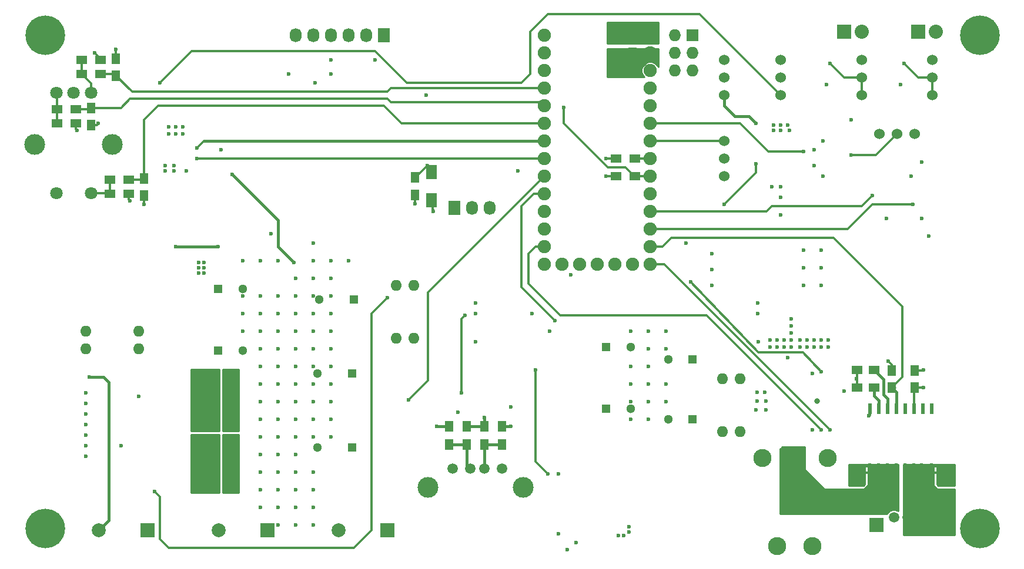
<source format=gbl>
G04 #@! TF.FileFunction,Copper,L4,Bot,Signal*
%FSLAX46Y46*%
G04 Gerber Fmt 4.6, Leading zero omitted, Abs format (unit mm)*
G04 Created by KiCad (PCBNEW (2015-06-14 BZR 5748)-product) date Monday, August 03, 2015 'AMt' 10:40:36 AM*
%MOMM*%
G01*
G04 APERTURE LIST*
%ADD10C,0.100000*%
%ADD11R,2.032000X2.032000*%
%ADD12O,2.032000X2.032000*%
%ADD13R,2.000000X2.000000*%
%ADD14C,2.000000*%
%ADD15R,1.300000X1.300000*%
%ADD16C,1.300000*%
%ADD17R,1.250000X1.500000*%
%ADD18R,1.600000X2.000000*%
%ADD19C,1.501140*%
%ADD20C,2.999740*%
%ADD21R,1.727200X1.727200*%
%ADD22O,1.727200X1.727200*%
%ADD23R,1.727200X2.032000*%
%ADD24O,1.727200X2.032000*%
%ADD25R,1.300000X1.500000*%
%ADD26R,1.500000X1.300000*%
%ADD27C,1.800000*%
%ADD28C,3.000000*%
%ADD29C,1.524000*%
%ADD30C,2.612000*%
%ADD31O,1.600000X1.600000*%
%ADD32C,1.900000*%
%ADD33R,1.500000X1.250000*%
%ADD34R,0.600000X1.500000*%
%ADD35C,5.700000*%
%ADD36C,1.500000*%
%ADD37C,0.838200*%
%ADD38C,0.600000*%
%ADD39C,0.304800*%
%ADD40C,0.406400*%
%ADD41C,0.203200*%
%ADD42C,0.254000*%
G04 APERTURE END LIST*
D10*
D11*
X238506000Y-23368000D03*
D12*
X241046000Y-23368000D03*
D13*
X138120000Y-95250000D03*
D14*
X131120000Y-95250000D03*
D15*
X167640000Y-83312000D03*
D16*
X162640000Y-83312000D03*
D15*
X167894000Y-61976000D03*
D16*
X162894000Y-61976000D03*
D15*
X167640000Y-72644000D03*
D16*
X162640000Y-72644000D03*
X151836000Y-69342000D03*
D15*
X148336000Y-69342000D03*
D16*
X151836000Y-60452000D03*
D15*
X148336000Y-60452000D03*
D17*
X248666000Y-74656000D03*
X248666000Y-72156000D03*
X245364000Y-74656000D03*
X245364000Y-72156000D03*
D16*
X213162000Y-79248000D03*
D15*
X216662000Y-79248000D03*
D16*
X213162000Y-70612000D03*
D15*
X216662000Y-70612000D03*
D17*
X176657000Y-44343000D03*
X176657000Y-46843000D03*
D16*
X207716000Y-68834000D03*
D15*
X204216000Y-68834000D03*
D16*
X207716000Y-77724000D03*
D15*
X204216000Y-77724000D03*
D18*
X205740000Y-24162000D03*
X205740000Y-28162000D03*
D17*
X208026000Y-23896000D03*
X208026000Y-26396000D03*
X130048000Y-34310000D03*
X130048000Y-36810000D03*
X133604000Y-29698000D03*
X133604000Y-27198000D03*
X137668000Y-44470000D03*
X137668000Y-46970000D03*
D19*
X189230860Y-86357880D03*
X186690860Y-86357880D03*
X184658860Y-86357880D03*
X182118860Y-86357880D03*
D20*
X192278860Y-89024880D03*
X178562860Y-89024880D03*
D11*
X249174000Y-23368000D03*
D12*
X251714000Y-23368000D03*
D21*
X216662000Y-23876000D03*
D22*
X214122000Y-23876000D03*
X216662000Y-26416000D03*
X214122000Y-26416000D03*
X216662000Y-28956000D03*
X214122000Y-28956000D03*
D23*
X172212000Y-23876000D03*
D24*
X169672000Y-23876000D03*
X167132000Y-23876000D03*
X164592000Y-23876000D03*
X162052000Y-23876000D03*
X159512000Y-23876000D03*
D25*
X184150000Y-80184000D03*
X184150000Y-82884000D03*
X186690000Y-80184000D03*
X186690000Y-82884000D03*
X181610000Y-82884000D03*
X181610000Y-80184000D03*
X189230000Y-82884000D03*
X189230000Y-80184000D03*
D26*
X135462000Y-46736000D03*
X132762000Y-46736000D03*
X131398000Y-27432000D03*
X128698000Y-27432000D03*
X127842000Y-36576000D03*
X125142000Y-36576000D03*
X135462000Y-44704000D03*
X132762000Y-44704000D03*
X131398000Y-29464000D03*
X128698000Y-29464000D03*
X127842000Y-34544000D03*
X125142000Y-34544000D03*
X205660000Y-41656000D03*
X208360000Y-41656000D03*
X205660000Y-44196000D03*
X208360000Y-44196000D03*
D27*
X130008000Y-46624000D03*
X130008000Y-32124000D03*
X127508000Y-32124000D03*
X125008000Y-32124000D03*
X125008000Y-46624000D03*
D28*
X121908000Y-39624000D03*
X133108000Y-39624000D03*
D29*
X229362000Y-29972000D03*
X229362000Y-27432000D03*
X229362000Y-32512000D03*
X251206000Y-29972000D03*
X251206000Y-27432000D03*
X251206000Y-32512000D03*
X241046000Y-29972000D03*
X241046000Y-27432000D03*
X241046000Y-32512000D03*
X221234000Y-29972000D03*
X221234000Y-27432000D03*
X221234000Y-32512000D03*
X246126000Y-38100000D03*
X243586000Y-38100000D03*
X248666000Y-38100000D03*
X221234000Y-41656000D03*
X221234000Y-39116000D03*
X221234000Y-44196000D03*
D30*
X226694000Y-84836000D03*
X231394000Y-84836000D03*
X236094000Y-84836000D03*
X228854000Y-97536000D03*
X233934000Y-97536000D03*
D31*
X129286000Y-66548000D03*
X129286000Y-69088000D03*
X136906000Y-69088000D03*
X136906000Y-66548000D03*
X223520000Y-81026000D03*
X220980000Y-81026000D03*
X220980000Y-73406000D03*
X223520000Y-73406000D03*
D32*
X195326000Y-26416000D03*
X195326000Y-28956000D03*
X195326000Y-31496000D03*
X195326000Y-34036000D03*
X195326000Y-36576000D03*
X195326000Y-39116000D03*
X195326000Y-41656000D03*
X195326000Y-44196000D03*
X195326000Y-46736000D03*
X195326000Y-49276000D03*
X195326000Y-51816000D03*
X195326000Y-54356000D03*
X195326000Y-56896000D03*
X210566000Y-56896000D03*
X210566000Y-54356000D03*
X210566000Y-51816000D03*
X210566000Y-49276000D03*
X210566000Y-46736000D03*
X210566000Y-44196000D03*
X210566000Y-41656000D03*
X210566000Y-39116000D03*
X210566000Y-36576000D03*
X210566000Y-34036000D03*
X210566000Y-31496000D03*
X210566000Y-28956000D03*
X210566000Y-26416000D03*
X210566000Y-23876000D03*
X195326000Y-23876000D03*
X197866000Y-56896000D03*
X200406000Y-56896000D03*
X202946000Y-56896000D03*
X205486000Y-56896000D03*
X208026000Y-56896000D03*
D31*
X173990000Y-67564000D03*
X176530000Y-67564000D03*
X176530000Y-59944000D03*
X173990000Y-59944000D03*
D23*
X182372000Y-48768000D03*
D24*
X184912000Y-48768000D03*
X187452000Y-48768000D03*
D33*
X242804000Y-74676000D03*
X240304000Y-74676000D03*
X242804000Y-72136000D03*
X240304000Y-72136000D03*
D34*
X251079000Y-86946000D03*
X249809000Y-86946000D03*
X248539000Y-86946000D03*
X247269000Y-86946000D03*
X245999000Y-86946000D03*
X244729000Y-86946000D03*
X243459000Y-86946000D03*
X242189000Y-86946000D03*
X242189000Y-77646000D03*
X243459000Y-77646000D03*
X244729000Y-77646000D03*
X245999000Y-77646000D03*
X247269000Y-77646000D03*
X248539000Y-77646000D03*
X249809000Y-77646000D03*
X251079000Y-77646000D03*
D13*
X155392000Y-95250000D03*
D14*
X148392000Y-95250000D03*
D13*
X243134000Y-94488000D03*
D14*
X250134000Y-94488000D03*
D13*
X172664000Y-95250000D03*
D14*
X165664000Y-95250000D03*
D18*
X179070000Y-43593000D03*
X179070000Y-47593000D03*
D35*
X123396240Y-23876000D03*
X123444000Y-94996000D03*
X258064000Y-94996000D03*
X258064000Y-23876000D03*
D36*
X247634000Y-93304000D03*
X245634000Y-93304000D03*
D37*
X234569000Y-76581000D03*
D38*
X128016000Y-37592000D03*
X135636000Y-47752000D03*
X130556000Y-26416000D03*
X234188000Y-42672000D03*
X208788000Y-22606000D03*
X207264000Y-22606000D03*
X205994000Y-22606000D03*
X204724000Y-22606000D03*
X178308000Y-32512000D03*
X178435000Y-42672000D03*
X236220000Y-68834000D03*
X236220000Y-67818000D03*
X235204000Y-67818000D03*
X235204000Y-68834000D03*
X234188000Y-68834000D03*
X234188000Y-67818000D03*
X233172000Y-67818000D03*
X233172000Y-68834000D03*
X232156000Y-68834000D03*
X232156000Y-67818000D03*
X230886000Y-64770000D03*
X230886000Y-65786000D03*
X230886000Y-66802000D03*
X230886000Y-67818000D03*
X230886000Y-68834000D03*
X229870000Y-68834000D03*
X228854000Y-68834000D03*
X227838000Y-68834000D03*
X227838000Y-67818000D03*
X228854000Y-67818000D03*
X229870000Y-67818000D03*
X204216000Y-44196000D03*
X204216000Y-41656000D03*
X162306000Y-30734000D03*
X158496000Y-29464000D03*
X229362000Y-49784000D03*
X229362000Y-45720000D03*
X235458000Y-44196000D03*
X235966000Y-30988000D03*
X246634000Y-30988000D03*
X244602000Y-50292000D03*
X249682000Y-42164000D03*
X134366000Y-83058000D03*
X249936000Y-74676000D03*
X131064000Y-36576000D03*
X137668000Y-48260000D03*
X133604000Y-25908000D03*
X234188000Y-40386000D03*
X208381600Y-28956000D03*
X205740000Y-26568400D03*
X191516000Y-43434000D03*
X179324000Y-49276000D03*
X219456000Y-55372000D03*
X219456000Y-57658000D03*
X219456000Y-59944000D03*
X170942000Y-27432000D03*
X164592000Y-29464000D03*
X164592000Y-27432000D03*
X208026000Y-27686000D03*
X228092000Y-45720000D03*
X176657000Y-48133000D03*
X179832000Y-80264000D03*
X190500000Y-80264000D03*
X229362000Y-47244000D03*
X235458000Y-39116000D03*
X239522000Y-36068000D03*
X248158000Y-44196000D03*
X250698000Y-52832000D03*
X199898000Y-97028000D03*
X242062000Y-78740000D03*
X240284000Y-73406000D03*
X244856000Y-70866000D03*
X249936000Y-72136000D03*
X136906000Y-75946000D03*
X129286000Y-76962000D03*
X129286000Y-75438000D03*
X129286000Y-80010000D03*
X129286000Y-78486000D03*
X129286000Y-84582000D03*
X129286000Y-83058000D03*
X129286000Y-81534000D03*
X193548000Y-64008000D03*
X233934000Y-72644000D03*
X233934000Y-80772000D03*
X228346000Y-37592000D03*
X228346000Y-36830000D03*
X229362000Y-36830000D03*
X229362000Y-37592000D03*
X230632000Y-37592000D03*
X230378000Y-36830000D03*
X235204000Y-54864000D03*
X232664000Y-54864000D03*
X232664000Y-57404000D03*
X235204000Y-57404000D03*
X235204000Y-59944000D03*
X232664000Y-59944000D03*
X226060000Y-64008000D03*
X226060000Y-62484000D03*
X226123500Y-68008500D03*
X249682000Y-50292000D03*
X185420000Y-68072000D03*
X185420000Y-62484000D03*
X185420000Y-64008000D03*
X140716000Y-42672000D03*
X141986000Y-42672000D03*
X143764000Y-43434000D03*
X141986000Y-43434000D03*
X140716000Y-43434000D03*
X182880000Y-78232000D03*
X196088000Y-66548000D03*
X227076000Y-75311000D03*
X225933000Y-75311000D03*
X225806000Y-77851000D03*
X227203000Y-77851000D03*
X225933000Y-76581000D03*
X227203000Y-76581000D03*
X159512000Y-58928000D03*
X162052000Y-58928000D03*
X164592000Y-58928000D03*
X164592000Y-61468000D03*
X162052000Y-61468000D03*
X159512000Y-61468000D03*
X156972000Y-61468000D03*
X154432000Y-61468000D03*
X151892000Y-61468000D03*
X151892000Y-64008000D03*
X154432000Y-64008000D03*
X156972000Y-64008000D03*
X159512000Y-64008000D03*
X162052000Y-64008000D03*
X162052000Y-66548000D03*
X159512000Y-66548000D03*
X156972000Y-66548000D03*
X154432000Y-66548000D03*
X151892000Y-66548000D03*
X162052000Y-56388000D03*
X162052000Y-53848000D03*
X164592000Y-56388000D03*
X167132000Y-56388000D03*
X156972000Y-56388000D03*
X154432000Y-56388000D03*
X151892000Y-56388000D03*
X154432000Y-69088000D03*
X156972000Y-69088000D03*
X159512000Y-69088000D03*
X162052000Y-69088000D03*
X162052000Y-71628000D03*
X159512000Y-71628000D03*
X156972000Y-71628000D03*
X154432000Y-71628000D03*
X164592000Y-71628000D03*
X164592000Y-69088000D03*
X164592000Y-66548000D03*
X164592000Y-64008000D03*
X164592000Y-74168000D03*
X162052000Y-74168000D03*
X159512000Y-74168000D03*
X156972000Y-74168000D03*
X154432000Y-74168000D03*
X154432000Y-76708000D03*
X156972000Y-76708000D03*
X159512000Y-76708000D03*
X162052000Y-76708000D03*
X162052000Y-79248000D03*
X164592000Y-79248000D03*
X164592000Y-76708000D03*
X198628000Y-98044000D03*
X205994000Y-96012000D03*
X206756000Y-96012000D03*
X207518000Y-94742000D03*
X207518000Y-95504000D03*
X197358000Y-87122000D03*
X197358000Y-95758000D03*
X159512000Y-79248000D03*
X156972000Y-79248000D03*
X154432000Y-79248000D03*
X154432000Y-81788000D03*
X156972000Y-81788000D03*
X159512000Y-81788000D03*
X162052000Y-81788000D03*
X164592000Y-81788000D03*
X159512000Y-84328000D03*
X156972000Y-84328000D03*
X154432000Y-84328000D03*
X154432000Y-86868000D03*
X156972000Y-86868000D03*
X159512000Y-86868000D03*
X162052000Y-86868000D03*
X162052000Y-89408000D03*
X159512000Y-89408000D03*
X156972000Y-89408000D03*
X154432000Y-89408000D03*
X159512000Y-94488000D03*
X162052000Y-94488000D03*
X162052000Y-91948000D03*
X159512000Y-91948000D03*
X156972000Y-91948000D03*
X154432000Y-91948000D03*
X156972000Y-94488000D03*
X212852000Y-76708000D03*
X212852000Y-74168000D03*
X210312000Y-74168000D03*
X207772000Y-74168000D03*
X207772000Y-76708000D03*
X210312000Y-76708000D03*
X207772000Y-79248000D03*
X210312000Y-79248000D03*
X210312000Y-71628000D03*
X207772000Y-71628000D03*
X210312000Y-69088000D03*
X207772000Y-66548000D03*
X210312000Y-66548000D03*
X212852000Y-66548000D03*
X212852000Y-69088000D03*
X149352000Y-77978000D03*
X150622000Y-77978000D03*
X150622000Y-76962000D03*
X149352000Y-76962000D03*
X149352000Y-75946000D03*
X150622000Y-75946000D03*
X146304000Y-75184000D03*
X143256000Y-37084000D03*
X142240000Y-37084000D03*
X141224000Y-37084000D03*
X141224000Y-38100000D03*
X142240000Y-38100000D03*
X143256000Y-38100000D03*
X145542000Y-56642000D03*
X145542000Y-57404000D03*
X145542000Y-58166000D03*
X146304000Y-58166000D03*
X146304000Y-57404000D03*
X146304000Y-56642000D03*
X139192000Y-89662000D03*
X172720000Y-61722000D03*
X139954000Y-30734000D03*
X232664000Y-40640000D03*
X150622000Y-86360000D03*
X149352000Y-86360000D03*
X149352000Y-85344000D03*
X150622000Y-85344000D03*
X150622000Y-84328000D03*
X149352000Y-84328000D03*
X146304000Y-86614000D03*
X144780000Y-84328000D03*
X144780000Y-85598000D03*
X144780000Y-81788000D03*
X144780000Y-83058000D03*
X129794000Y-73152000D03*
X241046000Y-86868000D03*
X242189000Y-85852000D03*
X243459000Y-85852000D03*
X244729000Y-85852000D03*
X245999000Y-85852000D03*
X241300000Y-89916000D03*
X240284000Y-89916000D03*
X239268000Y-89916000D03*
X239268000Y-90932000D03*
X240284000Y-90932000D03*
X241300000Y-90932000D03*
X241300000Y-91948000D03*
X240284000Y-91948000D03*
X239268000Y-91948000D03*
X215709500Y-53784500D03*
X221234000Y-48260000D03*
X225806000Y-42418000D03*
X225806000Y-36576000D03*
X239522000Y-41148000D03*
X199136000Y-58420000D03*
X148717000Y-40386000D03*
X155956000Y-52451000D03*
X148336000Y-54356000D03*
X142240000Y-54356000D03*
X198120000Y-34290000D03*
X194056000Y-72136000D03*
X195834000Y-87122000D03*
X175768000Y-76454000D03*
X196850000Y-65024000D03*
X247142000Y-27940000D03*
X236423200Y-27889200D03*
X236474000Y-80772000D03*
X248412000Y-48260000D03*
X242570000Y-46990000D03*
X145288000Y-41656000D03*
X145288000Y-40132000D03*
X216408000Y-59436000D03*
X235204000Y-72390000D03*
X235204000Y-80772000D03*
X247269000Y-85852000D03*
X248539000Y-85852000D03*
X249682000Y-85852000D03*
X251079000Y-85852000D03*
X252222000Y-86995000D03*
X251968000Y-89916000D03*
X252984000Y-89916000D03*
X254000000Y-89916000D03*
X254000000Y-90932000D03*
X252984000Y-90932000D03*
X251968000Y-90932000D03*
X251968000Y-91948000D03*
X252984000Y-91948000D03*
X254000000Y-91948000D03*
X190500000Y-77470000D03*
X186690000Y-78994000D03*
X230378000Y-70358000D03*
X238506000Y-75184000D03*
X183388000Y-75438000D03*
X183896000Y-64262000D03*
X159258000Y-56642000D03*
X150368000Y-43942000D03*
D39*
X127842000Y-36576000D02*
X127842000Y-37418000D01*
X127842000Y-37418000D02*
X128016000Y-37592000D01*
X135462000Y-46736000D02*
X135462000Y-47578000D01*
X135462000Y-47578000D02*
X135636000Y-47752000D01*
X131398000Y-27432000D02*
X131398000Y-27258000D01*
X131398000Y-27258000D02*
X130556000Y-26416000D01*
X205740000Y-24162000D02*
X204724000Y-23146000D01*
X209296000Y-22606000D02*
X210566000Y-23876000D01*
X208788000Y-22606000D02*
X209296000Y-22606000D01*
X205994000Y-22606000D02*
X207264000Y-22606000D01*
X204724000Y-23146000D02*
X204724000Y-22606000D01*
X179070000Y-44343000D02*
X179070000Y-43307000D01*
X178435000Y-42672000D02*
X176764000Y-44343000D01*
X179070000Y-43307000D02*
X178435000Y-42672000D01*
X176657000Y-44343000D02*
X176764000Y-44343000D01*
X205660000Y-41656000D02*
X204216000Y-41656000D01*
X204216000Y-44196000D02*
X205660000Y-44196000D01*
X208026000Y-23896000D02*
X206006000Y-23896000D01*
X206006000Y-23896000D02*
X205740000Y-24162000D01*
X210566000Y-23876000D02*
X208046000Y-23876000D01*
X208046000Y-23876000D02*
X208026000Y-23896000D01*
X176637000Y-44323000D02*
X176657000Y-44343000D01*
D40*
X248539000Y-74783000D02*
X248666000Y-74656000D01*
D39*
X248539000Y-74783000D02*
X248666000Y-74656000D01*
X248539000Y-77646000D02*
X248539000Y-74783000D01*
X249916000Y-74656000D02*
X249936000Y-74676000D01*
X248666000Y-74656000D02*
X249916000Y-74656000D01*
X130048000Y-36810000D02*
X130830000Y-36810000D01*
X130830000Y-36810000D02*
X131064000Y-36576000D01*
X137668000Y-46970000D02*
X137668000Y-48260000D01*
X133604000Y-27198000D02*
X133604000Y-25908000D01*
X205740000Y-28162000D02*
X205740000Y-26568400D01*
X179324000Y-49276000D02*
X178943000Y-46843000D01*
X208026000Y-26396000D02*
X208026000Y-27686000D01*
X176657000Y-46843000D02*
X176657000Y-48133000D01*
D40*
X179832000Y-80264000D02*
X181530000Y-80264000D01*
X181610000Y-80184000D02*
X181530000Y-80264000D01*
X189230000Y-80184000D02*
X189310000Y-80264000D01*
X189310000Y-80264000D02*
X190500000Y-80264000D01*
D39*
X242189000Y-78613000D02*
X242062000Y-78740000D01*
X242189000Y-77646000D02*
X242189000Y-78613000D01*
X240304000Y-73386000D02*
X240284000Y-73406000D01*
X240304000Y-73426000D02*
X240304000Y-74676000D01*
X240304000Y-73426000D02*
X240284000Y-73406000D01*
X240304000Y-72136000D02*
X240304000Y-73386000D01*
X245364000Y-71374000D02*
X244856000Y-70866000D01*
X245364000Y-72156000D02*
X245364000Y-71374000D01*
X249916000Y-72156000D02*
X249936000Y-72136000D01*
X248666000Y-72156000D02*
X249916000Y-72156000D01*
X149352000Y-77978000D02*
X150622000Y-77978000D01*
X150622000Y-76962000D02*
X149352000Y-76962000D01*
X149352000Y-75946000D02*
X150622000Y-75946000D01*
X139192000Y-89662000D02*
X139954000Y-90424000D01*
X139954000Y-90424000D02*
X139954000Y-96520000D01*
X139954000Y-96520000D02*
X141224000Y-97790000D01*
X141224000Y-97790000D02*
X167894000Y-97790000D01*
X167894000Y-97790000D02*
X170434000Y-95250000D01*
X170434000Y-95250000D02*
X170434000Y-64008000D01*
X170434000Y-64008000D02*
X172720000Y-61722000D01*
X210566000Y-54356000D02*
X212344000Y-54356000D01*
X246888000Y-73132000D02*
X245364000Y-74656000D01*
X246888000Y-62992000D02*
X246888000Y-73132000D01*
X236982000Y-53086000D02*
X246888000Y-62992000D01*
X213614000Y-53086000D02*
X236982000Y-53086000D01*
X212344000Y-54356000D02*
X213614000Y-53086000D01*
D41*
X245364000Y-74656000D02*
X245892000Y-74656000D01*
D40*
X245999000Y-77646000D02*
X245999000Y-75291000D01*
X245999000Y-75291000D02*
X245364000Y-74656000D01*
D39*
X217678000Y-20828000D02*
X195834000Y-20828000D01*
X195834000Y-20828000D02*
X193294000Y-23368000D01*
X193294000Y-23368000D02*
X193294000Y-29464000D01*
X193294000Y-29464000D02*
X192024000Y-30734000D01*
X192024000Y-30734000D02*
X175514000Y-30734000D01*
X175514000Y-30734000D02*
X175507947Y-30695258D01*
X175507947Y-30695258D02*
X175514000Y-30734000D01*
X229362000Y-32512000D02*
X217678000Y-20828000D01*
X170942000Y-26162000D02*
X144526000Y-26162000D01*
X144526000Y-26162000D02*
X139954000Y-30734000D01*
X175514000Y-30734000D02*
X170942000Y-26162000D01*
X210566000Y-36576000D02*
X223520000Y-36576000D01*
X227584000Y-40640000D02*
X232664000Y-40640000D01*
X223520000Y-36576000D02*
X227584000Y-40640000D01*
X149352000Y-86360000D02*
X150622000Y-86360000D01*
X150622000Y-85344000D02*
X149352000Y-85344000D01*
X149352000Y-84328000D02*
X150622000Y-84328000D01*
X144780000Y-84328000D02*
X144780000Y-85598000D01*
X144780000Y-81788000D02*
X144780000Y-83058000D01*
D40*
X132588000Y-73914000D02*
X132588000Y-89916000D01*
X129794000Y-73152000D02*
X130556000Y-73152000D01*
X130556000Y-73152000D02*
X131064000Y-73152000D01*
X131064000Y-73152000D02*
X131318000Y-73152000D01*
X131318000Y-73152000D02*
X131572000Y-73152000D01*
X131572000Y-73152000D02*
X131826000Y-73152000D01*
X131826000Y-73152000D02*
X132588000Y-73914000D01*
X132588000Y-93782000D02*
X131120000Y-95250000D01*
X132588000Y-89916000D02*
X132588000Y-93782000D01*
D39*
X241124000Y-86946000D02*
X241046000Y-86868000D01*
X242189000Y-86946000D02*
X241124000Y-86946000D01*
X243459000Y-85852000D02*
X243459000Y-86946000D01*
X242189000Y-86946000D02*
X242189000Y-85852000D01*
X245999000Y-85852000D02*
X245999000Y-86946000D01*
X244729000Y-86946000D02*
X244729000Y-85852000D01*
X242189000Y-89027000D02*
X241300000Y-89916000D01*
X240284000Y-89916000D02*
X239268000Y-89916000D01*
X239268000Y-90932000D02*
X240284000Y-90932000D01*
X241300000Y-90932000D02*
X241300000Y-91948000D01*
X240284000Y-91948000D02*
X239268000Y-91948000D01*
X242189000Y-86946000D02*
X242189000Y-89027000D01*
X225806000Y-43688000D02*
X221234000Y-48260000D01*
X225806000Y-42418000D02*
X225806000Y-43688000D01*
D40*
X221234000Y-32512000D02*
X221234000Y-34036000D01*
X224790000Y-35560000D02*
X225806000Y-36576000D01*
X222758000Y-35560000D02*
X224790000Y-35560000D01*
X221234000Y-34036000D02*
X222758000Y-35560000D01*
D39*
X127842000Y-34544000D02*
X129814000Y-34544000D01*
X129814000Y-34544000D02*
X130048000Y-34310000D01*
X130048000Y-34310000D02*
X134346000Y-34310000D01*
X173228000Y-33528000D02*
X194818000Y-33528000D01*
X172720000Y-33020000D02*
X173228000Y-33528000D01*
X135636000Y-33020000D02*
X172720000Y-33020000D01*
X134346000Y-34310000D02*
X135636000Y-33020000D01*
X194818000Y-33528000D02*
X195326000Y-34036000D01*
X131398000Y-29464000D02*
X133370000Y-29464000D01*
X133370000Y-29464000D02*
X133604000Y-29698000D01*
X195326000Y-31496000D02*
X173228000Y-31496000D01*
X135910000Y-32004000D02*
X133604000Y-29698000D01*
X172720000Y-32004000D02*
X135910000Y-32004000D01*
X173228000Y-31496000D02*
X172720000Y-32004000D01*
X243078000Y-41148000D02*
X246126000Y-38100000D01*
X239522000Y-41148000D02*
X243078000Y-41148000D01*
X210566000Y-39116000D02*
X221234000Y-39116000D01*
X135462000Y-44704000D02*
X137434000Y-44704000D01*
X137434000Y-44704000D02*
X137668000Y-44470000D01*
X195326000Y-36576000D02*
X174752000Y-36576000D01*
X137668000Y-36068000D02*
X137668000Y-44470000D01*
X139700000Y-34036000D02*
X137668000Y-36068000D01*
X172212000Y-34036000D02*
X139700000Y-34036000D01*
X174752000Y-36576000D02*
X172212000Y-34036000D01*
D40*
X142240000Y-54356000D02*
X148336000Y-54356000D01*
X189230000Y-82884000D02*
X186690000Y-82884000D01*
X186690000Y-82884000D02*
X186690000Y-86357020D01*
X186690000Y-86357020D02*
X186690860Y-86357880D01*
X184150000Y-82884000D02*
X181610000Y-82884000D01*
X184658860Y-86357880D02*
X184150000Y-85849020D01*
X184150000Y-85849020D02*
X184150000Y-82884000D01*
D39*
X208360000Y-44196000D02*
X210566000Y-44196000D01*
X207010000Y-42926000D02*
X204470000Y-42926000D01*
X204470000Y-42926000D02*
X198120000Y-36576000D01*
X198120000Y-36576000D02*
X198120000Y-34290000D01*
X208280000Y-44196000D02*
X207010000Y-42926000D01*
X208360000Y-44196000D02*
X208280000Y-44196000D01*
X208360000Y-41656000D02*
X210566000Y-41656000D01*
X194056000Y-85344000D02*
X194056000Y-72136000D01*
X195834000Y-87122000D02*
X194056000Y-85344000D01*
X195326000Y-44196000D02*
X178562000Y-60960000D01*
X178562000Y-73660000D02*
X175768000Y-76454000D01*
X178562000Y-73406000D02*
X178562000Y-73660000D01*
X178562000Y-60960000D02*
X178562000Y-73406000D01*
X195326000Y-46736000D02*
X193802000Y-46736000D01*
X192024000Y-60198000D02*
X196850000Y-65024000D01*
X192024000Y-48514000D02*
X192024000Y-60198000D01*
X193802000Y-46736000D02*
X192024000Y-48514000D01*
X251206000Y-32512000D02*
X251206000Y-29972000D01*
X251206000Y-29972000D02*
X249174000Y-29972000D01*
X249174000Y-29972000D02*
X249174000Y-29921200D01*
X249174000Y-29921200D02*
X249123200Y-29921200D01*
X249123200Y-29921200D02*
X247142000Y-27940000D01*
X241046000Y-32512000D02*
X241046000Y-29972000D01*
X241046000Y-29972000D02*
X238556800Y-29972000D01*
X238556800Y-29972000D02*
X238506000Y-29972000D01*
X238506000Y-29972000D02*
X236423200Y-27889200D01*
X210566000Y-56896000D02*
X212598000Y-56896000D01*
X212598000Y-56896000D02*
X236474000Y-80772000D01*
X132762000Y-46736000D02*
X132762000Y-44704000D01*
X130008000Y-46624000D02*
X132650000Y-46624000D01*
X132650000Y-46624000D02*
X132762000Y-46736000D01*
X128698000Y-29464000D02*
X128698000Y-27432000D01*
X130008000Y-32124000D02*
X130008000Y-30774000D01*
X130008000Y-30774000D02*
X128698000Y-29464000D01*
X125142000Y-34544000D02*
X125142000Y-32258000D01*
X125142000Y-32258000D02*
X125008000Y-32124000D01*
X125142000Y-36576000D02*
X125142000Y-34544000D01*
X239014000Y-51816000D02*
X210566000Y-51816000D01*
X242570000Y-48260000D02*
X239014000Y-51816000D01*
X248412000Y-48260000D02*
X242570000Y-48260000D01*
X210566000Y-49276000D02*
X227330000Y-49276000D01*
X227330000Y-49276000D02*
X228092000Y-48514000D01*
X228092000Y-48514000D02*
X241046000Y-48514000D01*
X241046000Y-48514000D02*
X242570000Y-46990000D01*
X152654000Y-41656000D02*
X195326000Y-41656000D01*
X145288000Y-41656000D02*
X152654000Y-41656000D01*
D40*
X146304000Y-39116000D02*
X195326000Y-39116000D01*
D39*
X145288000Y-40132000D02*
X146304000Y-39116000D01*
X226123500Y-69532500D02*
X216408000Y-59436000D01*
X232537000Y-69532500D02*
X226123500Y-69532500D01*
X235204000Y-72390000D02*
X232537000Y-69532500D01*
X194056000Y-54356000D02*
X193040000Y-55372000D01*
X193040000Y-55372000D02*
X193040000Y-59690000D01*
X193040000Y-59690000D02*
X197612000Y-64262000D01*
X197612000Y-64262000D02*
X218694000Y-64262000D01*
X218694000Y-64262000D02*
X235204000Y-80772000D01*
X195326000Y-54356000D02*
X194056000Y-54356000D01*
D40*
X243459000Y-77646000D02*
X243459000Y-76513000D01*
X242804000Y-75858000D02*
X242804000Y-74676000D01*
X243459000Y-76513000D02*
X242804000Y-75858000D01*
X244729000Y-77646000D02*
X244729000Y-76283000D01*
X244110000Y-73442000D02*
X242804000Y-72136000D01*
X244110000Y-75664000D02*
X244110000Y-73442000D01*
X244729000Y-76283000D02*
X244110000Y-75664000D01*
D39*
X248539000Y-85852000D02*
X248539000Y-86946000D01*
X247269000Y-86946000D02*
X247269000Y-85852000D01*
X249809000Y-85852000D02*
X249682000Y-85852000D01*
X251079000Y-85852000D02*
X251079000Y-86946000D01*
X249809000Y-86946000D02*
X249809000Y-85852000D01*
X252173000Y-86946000D02*
X252222000Y-86995000D01*
X251079000Y-86946000D02*
X252173000Y-86946000D01*
X248998000Y-86946000D02*
X251968000Y-89916000D01*
X252984000Y-89916000D02*
X254000000Y-89916000D01*
X254000000Y-90932000D02*
X252984000Y-90932000D01*
X251968000Y-90932000D02*
X251968000Y-91948000D01*
X252984000Y-91948000D02*
X254000000Y-91948000D01*
X247269000Y-86946000D02*
X248998000Y-86946000D01*
D40*
X186690000Y-80184000D02*
X186690000Y-78994000D01*
X184150000Y-80184000D02*
X186690000Y-80184000D01*
D39*
X183388000Y-75438000D02*
X183388000Y-64770000D01*
X183388000Y-64770000D02*
X183896000Y-64262000D01*
D40*
X159258000Y-56642000D02*
X156972000Y-54356000D01*
X156972000Y-54356000D02*
X156972000Y-50546000D01*
X156972000Y-50546000D02*
X150368000Y-43942000D01*
D42*
G36*
X211709000Y-25019000D02*
X204343000Y-25019000D01*
X204343000Y-21971000D01*
X211709000Y-21971000D01*
X211709000Y-25019000D01*
X211709000Y-25019000D01*
G37*
X211709000Y-25019000D02*
X204343000Y-25019000D01*
X204343000Y-21971000D01*
X211709000Y-21971000D01*
X211709000Y-25019000D01*
G36*
X211709000Y-28378264D02*
X211649219Y-28233583D01*
X211290307Y-27874043D01*
X210821125Y-27679222D01*
X210313103Y-27678779D01*
X209843583Y-27872781D01*
X209484043Y-28231693D01*
X209289222Y-28700875D01*
X209288779Y-29208897D01*
X209482781Y-29678417D01*
X209649073Y-29845000D01*
X204343000Y-29845000D01*
X204343000Y-25781000D01*
X211709000Y-25781000D01*
X211709000Y-28378264D01*
X211709000Y-28378264D01*
G37*
X211709000Y-28378264D02*
X211649219Y-28233583D01*
X211290307Y-27874043D01*
X210821125Y-27679222D01*
X210313103Y-27678779D01*
X209843583Y-27872781D01*
X209484043Y-28231693D01*
X209289222Y-28700875D01*
X209288779Y-29208897D01*
X209482781Y-29678417D01*
X209649073Y-29845000D01*
X204343000Y-29845000D01*
X204343000Y-25781000D01*
X211709000Y-25781000D01*
X211709000Y-28378264D01*
G36*
X148463000Y-89789000D02*
X144399000Y-89789000D01*
X144399000Y-81407000D01*
X148463000Y-81407000D01*
X148463000Y-89789000D01*
X148463000Y-89789000D01*
G37*
X148463000Y-89789000D02*
X144399000Y-89789000D01*
X144399000Y-81407000D01*
X148463000Y-81407000D01*
X148463000Y-89789000D01*
G36*
X151257000Y-89789000D02*
X148971000Y-89789000D01*
X148971000Y-81407000D01*
X151257000Y-81407000D01*
X151257000Y-89789000D01*
X151257000Y-89789000D01*
G37*
X151257000Y-89789000D02*
X148971000Y-89789000D01*
X148971000Y-81407000D01*
X151257000Y-81407000D01*
X151257000Y-89789000D01*
G36*
X148463000Y-80899000D02*
X144399000Y-80899000D01*
X144399000Y-72009000D01*
X148463000Y-72009000D01*
X148463000Y-80899000D01*
X148463000Y-80899000D01*
G37*
X148463000Y-80899000D02*
X144399000Y-80899000D01*
X144399000Y-72009000D01*
X148463000Y-72009000D01*
X148463000Y-80899000D01*
G36*
X151257000Y-80899000D02*
X148971000Y-80899000D01*
X148971000Y-72009000D01*
X151257000Y-72009000D01*
X151257000Y-80899000D01*
X151257000Y-80899000D01*
G37*
X151257000Y-80899000D02*
X148971000Y-80899000D01*
X148971000Y-72009000D01*
X151257000Y-72009000D01*
X151257000Y-80899000D01*
G36*
X254381000Y-88773000D02*
X252020605Y-88773000D01*
X251841000Y-88593394D01*
X251841000Y-86106000D01*
X251831333Y-86057399D01*
X251803803Y-86016197D01*
X251762601Y-85988667D01*
X251714000Y-85979000D01*
X251460000Y-85979000D01*
X251411399Y-85988667D01*
X251370197Y-86016197D01*
X251342667Y-86057399D01*
X251333000Y-86106000D01*
X251333000Y-88645994D01*
X251332999Y-88646000D01*
X251342667Y-88694601D01*
X251370197Y-88735803D01*
X251878194Y-89243799D01*
X251878197Y-89243803D01*
X251919399Y-89271333D01*
X251968000Y-89281000D01*
X254381000Y-89281000D01*
X254381000Y-95885000D01*
X247015000Y-95885000D01*
X247015000Y-85725000D01*
X254381000Y-85725000D01*
X254381000Y-88773000D01*
X254381000Y-88773000D01*
G37*
X254381000Y-88773000D02*
X252020605Y-88773000D01*
X251841000Y-88593394D01*
X251841000Y-86106000D01*
X251831333Y-86057399D01*
X251803803Y-86016197D01*
X251762601Y-85988667D01*
X251714000Y-85979000D01*
X251460000Y-85979000D01*
X251411399Y-85988667D01*
X251370197Y-86016197D01*
X251342667Y-86057399D01*
X251333000Y-86106000D01*
X251333000Y-88645994D01*
X251332999Y-88646000D01*
X251342667Y-88694601D01*
X251370197Y-88735803D01*
X251878194Y-89243799D01*
X251878197Y-89243803D01*
X251919399Y-89271333D01*
X251968000Y-89281000D01*
X254381000Y-89281000D01*
X254381000Y-95885000D01*
X247015000Y-95885000D01*
X247015000Y-85725000D01*
X254381000Y-85725000D01*
X254381000Y-88773000D01*
G36*
X232791000Y-86359994D02*
X232790999Y-86360000D01*
X232800667Y-86408601D01*
X232828197Y-86449803D01*
X235622194Y-89243799D01*
X235622197Y-89243803D01*
X235622198Y-89243803D01*
X235663399Y-89271333D01*
X235712000Y-89281001D01*
X235712000Y-89281000D01*
X241299994Y-89281000D01*
X241300000Y-89281001D01*
X241300000Y-89281000D01*
X241348601Y-89271333D01*
X241389803Y-89243803D01*
X241897799Y-88735805D01*
X241897802Y-88735803D01*
X241897803Y-88735803D01*
X241925333Y-88694601D01*
X241935000Y-88646000D01*
X241935000Y-86106000D01*
X241925333Y-86057399D01*
X241897803Y-86016197D01*
X241856601Y-85988667D01*
X241808000Y-85979000D01*
X241554000Y-85979000D01*
X241505399Y-85988667D01*
X241464197Y-86016197D01*
X241436667Y-86057399D01*
X241427000Y-86106000D01*
X241427000Y-88593394D01*
X241247394Y-88773000D01*
X239141000Y-88773000D01*
X239141000Y-85725000D01*
X246253000Y-85725000D01*
X246253000Y-92399642D01*
X246244868Y-92391496D01*
X245849168Y-92227187D01*
X245420711Y-92226813D01*
X245024725Y-92390431D01*
X244721496Y-92693132D01*
X244661757Y-92837000D01*
X229235000Y-92837000D01*
X229235000Y-83439000D01*
X229362000Y-83439000D01*
X229410601Y-83429333D01*
X229451803Y-83401803D01*
X229479333Y-83360601D01*
X229489000Y-83312000D01*
X229489000Y-83185000D01*
X232791000Y-83185000D01*
X232791000Y-86359994D01*
X232791000Y-86359994D01*
G37*
X232791000Y-86359994D02*
X232790999Y-86360000D01*
X232800667Y-86408601D01*
X232828197Y-86449803D01*
X235622194Y-89243799D01*
X235622197Y-89243803D01*
X235622198Y-89243803D01*
X235663399Y-89271333D01*
X235712000Y-89281001D01*
X235712000Y-89281000D01*
X241299994Y-89281000D01*
X241300000Y-89281001D01*
X241300000Y-89281000D01*
X241348601Y-89271333D01*
X241389803Y-89243803D01*
X241897799Y-88735805D01*
X241897802Y-88735803D01*
X241897803Y-88735803D01*
X241925333Y-88694601D01*
X241935000Y-88646000D01*
X241935000Y-86106000D01*
X241925333Y-86057399D01*
X241897803Y-86016197D01*
X241856601Y-85988667D01*
X241808000Y-85979000D01*
X241554000Y-85979000D01*
X241505399Y-85988667D01*
X241464197Y-86016197D01*
X241436667Y-86057399D01*
X241427000Y-86106000D01*
X241427000Y-88593394D01*
X241247394Y-88773000D01*
X239141000Y-88773000D01*
X239141000Y-85725000D01*
X246253000Y-85725000D01*
X246253000Y-92399642D01*
X246244868Y-92391496D01*
X245849168Y-92227187D01*
X245420711Y-92226813D01*
X245024725Y-92390431D01*
X244721496Y-92693132D01*
X244661757Y-92837000D01*
X229235000Y-92837000D01*
X229235000Y-83439000D01*
X229362000Y-83439000D01*
X229410601Y-83429333D01*
X229451803Y-83401803D01*
X229479333Y-83360601D01*
X229489000Y-83312000D01*
X229489000Y-83185000D01*
X232791000Y-83185000D01*
X232791000Y-86359994D01*
M02*

</source>
